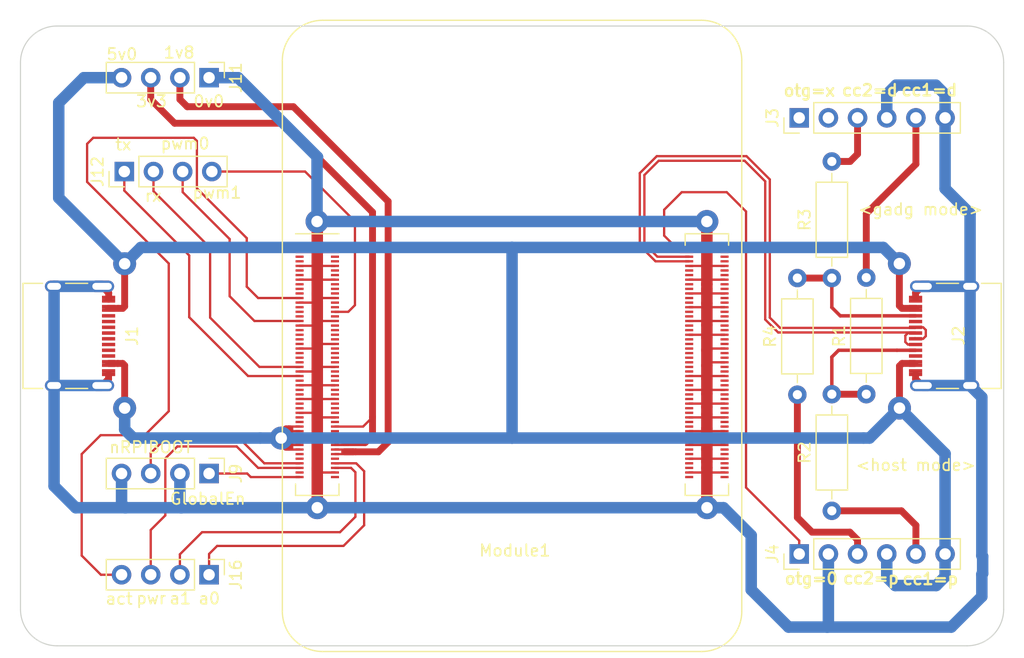
<source format=kicad_pcb>
(kicad_pcb (version 20241229) (generator "pcbnew") (generator_version "9.0")
  (layers (0 "F.Cu" signal) (2 "B.Cu" signal) (13 "F.Paste" user) (15 "B.Paste" user) (5 "F.SilkS" user "F.Silkscreen") (7 "B.SilkS" user "B.Silkscreen") (1 "F.Mask" user) (3 "B.Mask" user) (25 "Edge.Cuts" user))
  (net 0 "")
  (net 1 "GND")
  (net 2 "+5V")
  (net 3 "Net-(J1-PadB8)")
  (net 4 "Net-(J1-PadA5)")
  (net 5 "Net-(J1-PadB7)")
  (net 6 "Net-(J1-PadA6)")
  (net 7 "Net-(J1-PadA7)")
  (net 8 "Net-(J1-PadB6)")
  (net 9 "Net-(J1-PadA8)")
  (net 10 "Net-(J1-PadB5)")
  (net 11 "Net-(J2-PadB8)")
  (net 12 "/USB_P")
  (net 13 "/USB_N")
  (net 14 "Net-(J2-PadA8)")
  (net 15 "Net-(Module1-Pad200)")
  (net 16 "Net-(Module1-Pad199)")
  (net 17 "Net-(Module1-Pad196)")
  (net 18 "Net-(Module1-Pad195)")
  (net 19 "Net-(Module1-Pad194)")
  (net 20 "Net-(Module1-Pad193)")
  (net 21 "Net-(Module1-Pad190)")
  (net 22 "Net-(Module1-Pad189)")
  (net 23 "Net-(Module1-Pad188)")
  (net 24 "Net-(Module1-Pad187)")
  (net 25 "Net-(Module1-Pad184)")
  (net 26 "Net-(Module1-Pad183)")
  (net 27 "Net-(Module1-Pad182)")
  (net 28 "Net-(Module1-Pad181)")
  (net 29 "Net-(Module1-Pad178)")
  (net 30 "Net-(Module1-Pad177)")
  (net 31 "Net-(Module1-Pad176)")
  (net 32 "Net-(Module1-Pad175)")
  (net 33 "Net-(Module1-Pad172)")
  (net 34 "Net-(Module1-Pad171)")
  (net 35 "Net-(Module1-Pad170)")
  (net 36 "Net-(Module1-Pad169)")
  (net 37 "Net-(Module1-Pad166)")
  (net 38 "Net-(Module1-Pad165)")
  (net 39 "Net-(Module1-Pad164)")
  (net 40 "Net-(Module1-Pad163)")
  (net 41 "Net-(Module1-Pad160)")
  (net 42 "Net-(Module1-Pad159)")
  (net 43 "Net-(Module1-Pad158)")
  (net 44 "Net-(Module1-Pad157)")
  (net 45 "Net-(Module1-Pad154)")
  (net 46 "Net-(Module1-Pad153)")
  (net 47 "Net-(Module1-Pad152)")
  (net 48 "Net-(Module1-Pad151)")
  (net 49 "Net-(Module1-Pad149)")
  (net 50 "Net-(Module1-Pad148)")
  (net 51 "Net-(Module1-Pad147)")
  (net 52 "Net-(Module1-Pad146)")
  (net 53 "Net-(Module1-Pad145)")
  (net 54 "Net-(Module1-Pad143)")
  (net 55 "Net-(Module1-Pad142)")
  (net 56 "Net-(Module1-Pad141)")
  (net 57 "Net-(Module1-Pad140)")
  (net 58 "Net-(Module1-Pad139)")
  (net 59 "Net-(Module1-Pad136)")
  (net 60 "Net-(Module1-Pad135)")
  (net 61 "Net-(Module1-Pad134)")
  (net 62 "Net-(Module1-Pad133)")
  (net 63 "Net-(Module1-Pad130)")
  (net 64 "Net-(Module1-Pad129)")
  (net 65 "Net-(Module1-Pad128)")
  (net 66 "Net-(Module1-Pad127)")
  (net 67 "Net-(Module1-Pad124)")
  (net 68 "Net-(Module1-Pad123)")
  (net 69 "Net-(Module1-Pad122)")
  (net 70 "Net-(Module1-Pad121)")
  (net 71 "Net-(Module1-Pad118)")
  (net 72 "Net-(Module1-Pad117)")
  (net 73 "Net-(Module1-Pad116)")
  (net 74 "Net-(Module1-Pad115)")
  (net 75 "Net-(Module1-Pad112)")
  (net 76 "Net-(Module1-Pad111)")
  (net 77 "Net-(Module1-Pad110)")
  (net 78 "Net-(Module1-Pad109)")
  (net 79 "Net-(Module1-Pad106)")
  (net 80 "Net-(Module1-Pad104)")
  (net 81 "Net-(Module1-Pad102)")
  (net 82 "Net-(J3-Pad2)")
  (net 83 "Net-(Module1-Pad100)")
  (net 84 "Net-(Module1-Pad97)")
  (net 85 "Net-(Module1-Pad92)")
  (net 86 "Net-(Module1-Pad91)")
  (net 87 "Net-(Module1-Pad89)")
  (net 88 "Net-(Module1-Pad82)")
  (net 89 "Net-(Module1-Pad80)")
  (net 90 "Net-(Module1-Pad76)")
  (net 91 "Net-(Module1-Pad75)")
  (net 92 "Net-(Module1-Pad73)")
  (net 93 "Net-(Module1-Pad72)")
  (net 94 "Net-(Module1-Pad70)")
  (net 95 "Net-(Module1-Pad69)")
  (net 96 "Net-(Module1-Pad68)")
  (net 97 "Net-(Module1-Pad67)")
  (net 98 "Net-(Module1-Pad64)")
  (net 99 "Net-(Module1-Pad63)")
  (net 100 "Net-(Module1-Pad62)")
  (net 101 "Net-(Module1-Pad61)")
  (net 102 "Net-(Module1-Pad58)")
  (net 103 "Net-(Module1-Pad57)")
  (net 104 "Net-(Module1-Pad56)")
  (net 105 "Net-(Module1-Pad54)")
  (net 106 "Net-(Module1-Pad50)")
  (net 107 "Net-(Module1-Pad49)")
  (net 108 "Net-(Module1-Pad48)")
  (net 109 "Net-(Module1-Pad47)")
  (net 110 "Net-(Module1-Pad46)")
  (net 111 "Net-(Module1-Pad45)")
  (net 112 "Net-(Module1-Pad44)")
  (net 113 "Net-(Module1-Pad41)")
  (net 114 "Net-(Module1-Pad40)")
  (net 115 "Net-(Module1-Pad39)")
  (net 116 "Net-(Module1-Pad38)")
  (net 117 "Net-(Module1-Pad37)")
  (net 118 "Net-(Module1-Pad36)")
  (net 119 "Net-(Module1-Pad35)")
  (net 120 "Net-(Module1-Pad34)")
  (net 121 "/pwm1")
  (net 122 "Net-(Module1-Pad30)")
  (net 123 "Net-(Module1-Pad29)")
  (net 124 "/pwm0")
  (net 125 "Net-(Module1-Pad27)")
  (net 126 "Net-(Module1-Pad26)")
  (net 127 "Net-(Module1-Pad25)")
  (net 128 "Net-(Module1-Pad24)")
  (net 129 "Net-(Module1-Pad20)")
  (net 130 "Net-(Module1-Pad19)")
  (net 131 "Net-(Module1-Pad18)")
  (net 132 "Net-(Module1-Pad17)")
  (net 133 "Net-(Module1-Pad16)")
  (net 134 "Net-(Module1-Pad15)")
  (net 135 "Net-(Module1-Pad12)")
  (net 136 "Net-(Module1-Pad11)")
  (net 137 "Net-(Module1-Pad10)")
  (net 138 "Net-(Module1-Pad9)")
  (net 139 "Net-(Module1-Pad6)")
  (net 140 "Net-(Module1-Pad5)")
  (net 141 "Net-(Module1-Pad4)")
  (net 142 "Net-(Module1-Pad3)")
  (net 143 "Net-(R3-Pad2)")
  (net 144 "Net-(J3-Pad1)")
  (net 145 "Net-(R2-Pad1)")
  (net 146 "Net-(R4-Pad1)")
  (net 147 "/otg")
  (net 148 "/rx")
  (net 149 "/tx")
  (net 150 "/cc1")
  (net 151 "/cc2")
  (net 152 "/nRPIBOOT")
  (net 153 "/eGLOBAL")
  (net 154 "/actled")
  (net 155 "/pwrled")
  (net 156 "/ana1")
  (net 157 "/ana0")
  (net 158 "/1v8")
  (net 159 "/3v3")
  (net 160 "Net-(J3-Pad5)")
  (footprint "Connector_USB:USB_C_Receptacle_XKB_U262-16XN-4BVC11" (layer "F.Cu") (at 138.8 73 90)
    (property "Reference" "J2")
    (property "Value" "USB_C_Receptacle_USB2.0")
  )
  (footprint "CM4IO:Raspberry-Pi-4-Compute-Module" (layer "F.Cu") (at 83.5 97)
    (property "Reference" "Module1")
    (property "Value" "ComputeModule4-CM4")
  )
  (footprint "Connector_PinHeader_2.54mm:PinHeader_1x04_P2.54mm_Vertical" (layer "F.Cu") (at 73.62 93.81 -90)
    (property "Reference" "J16")
    (property "Value" "Conn_01x04_Male")
  )
  (footprint "Connector_PinHeader_2.54mm:PinHeader_1x04_P2.54mm_Vertical" (layer "F.Cu") (at 73.62 84.99 -90)
    (property "Reference" "J9")
    (property "Value" "Conn_01x04_Male")
  )
  (footprint "Resistor_THT:R_Axial_DIN0207_L6.3mm_D2.5mm_P10.16mm_Horizontal" (layer "F.Cu") (at 130.84 78.08 90)
    (property "Reference" "R1")
    (property "Value" "5.1k")
  )
  (footprint "Resistor_THT:R_Axial_DIN0207_L6.3mm_D2.5mm_P10.16mm_Horizontal" (layer "F.Cu") (at 124.84 78.12 90)
    (property "Reference" "R4")
    (property "Value" "22k")
  )
  (footprint "Connector_PinHeader_2.54mm:PinHeader_1x04_P2.54mm_Vertical" (layer "F.Cu") (at 66.24 58.68 90)
    (property "Reference" "J12")
    (property "Value" "Conn_01x04_Male")
  )
  (footprint "Connector_USB:USB_C_Receptacle_XKB_U262-16XN-4BVC11" (layer "F.Cu") (at 61.2 73 -90)
    (property "Reference" "J1")
    (property "Value" "USB_C_Receptacle_USB2.0")
  )
  (footprint "Connector_PinHeader_2.54mm:PinHeader_1x06_P2.54mm_Vertical" (layer "F.Cu") (at 125 54 90)
    (property "Reference" "J3")
    (property "Value" "Conn_01x06_Male")
  )
  (footprint "Connector_PinHeader_2.54mm:PinHeader_1x04_P2.54mm_Vertical" (layer "F.Cu") (at 73.62 50.5 -90)
    (property "Reference" "J11")
    (property "Value" "Conn_01x04_Male")
  )
  (footprint "Connector_PinHeader_2.54mm:PinHeader_1x06_P2.54mm_Vertical" (layer "F.Cu") (at 125 92 90)
    (property "Reference" "J4")
    (property "Value" "Conn_01x06_Male")
  )
  (footprint "Resistor_THT:R_Axial_DIN0207_L6.3mm_D2.5mm_P10.16mm_Horizontal" (layer "F.Cu") (at 127.84 67.96 90)
    (property "Reference" "R3")
    (property "Value" "5.1k")
  )
  (footprint "Resistor_THT:R_Axial_DIN0207_L6.3mm_D2.5mm_P10.16mm_Horizontal" (layer "F.Cu") (at 127.84 88.24 90)
    (property "Reference" "R2")
    (property "Value" "22k")
  )
  (gr_arc (start 139.62 46) (mid 141.868597 46.9314) (end 142.799997 49.179997) (stroke (width 0.1)) (layer "Edge.Cuts"))
  (gr_line (start 57.2 96.82) (end 57.2 49.18) (stroke (width 0.1)) (layer "Edge.Cuts"))
  (gr_arc (start 60.38 100) (mid 58.131403 99.0686) (end 57.200003 96.820003) (stroke (width 0.1)) (layer "Edge.Cuts"))
  (gr_line (start 142.8 96.82) (end 142.8 49.18) (stroke (width 0.1)) (layer "Edge.Cuts"))
  (gr_arc (start 142.8 96.82) (mid 141.8686 99.068597) (end 139.620003 99.999997) (stroke (width 0.1)) (layer "Edge.Cuts"))
  (gr_arc (start 57.199997 49.179997) (mid 58.1314 46.931398) (end 60.38 46) (stroke (width 0.1)) (layer "Edge.Cuts"))
  (gr_line (start 139.62 46) (end 60.38 46) (stroke (width 0.1)) (layer "Edge.Cuts"))
  (gr_line (start 60.38 100) (end 139.62 100) (stroke (width 0.1)) (layer "Edge.Cuts"))
  (gr_text "3v3" (at 68.61 52.56 0) (layer "F.SilkS") (effects (font (size 1 1))))
  (gr_text "act" (at 65.79 95.9 0) (layer "F.SilkS") (effects (font (size 1 1))))
  (gr_text "1v8" (at 71.02 48.31 0) (layer "F.SilkS") (effects (font (size 1 1))))
  (gr_text "cc2=p" (at 131.25 94.12 0) (layer "F.SilkS") (effects (font (size 1 1) (thickness 0.2))))
  (gr_text "<gadg mode>" (at 135.57 61.97 0) (layer "F.SilkS") (effects (font (size 1 1))))
  (gr_text "cc1=p" (at 136.42 94.18 0) (layer "F.SilkS") (effects (font (size 1 1) (thickness 0.2))))
  (gr_text "otg=0" (at 126.05 94.15 0) (layer "F.SilkS") (effects (font (size 1 1) (thickness 0.2))))
  (gr_text "pwm0" (at 71.54 56.24 0) (layer "F.SilkS") (effects (font (size 1 1))))
  (gr_text "cc1=d" (at 136.33 51.59 0) (layer "F.SilkS") (effects (font (size 1 1) (thickness 0.2))))
  (gr_text "a0" (at 73.64 95.88 0) (layer "F.SilkS") (effects (font (size 1 1))))
  (gr_text "nRPIBOOT" (at 68.56 82.7 0) (layer "F.SilkS") (effects (font (size 1 1))))
  (gr_text "a1" (at 71.11 95.87 0) (layer "F.SilkS") (effects (font (size 1 1))))
  (gr_text "<host mode>" (at 135.15 84.25 0) (layer "F.SilkS") (effects (font (size 1 1))))
  (gr_text "5v0" (at 66.03 48.46 0) (layer "F.SilkS") (effects (font (size 1 1))))
  (gr_text "tx" (at 66.15 56.32 0) (layer "F.SilkS") (effects (font (size 1 1))))
  (gr_text "0v0" (at 73.6 52.56 0) (layer "F.SilkS") (effects (font (size 1 1))))
  (gr_text "GlobalEn" (at 73.5 87.19 0) (layer "F.SilkS") (effects (font (size 1 1))))
  (gr_text "otg=x" (at 125.88 51.63 0) (layer "F.SilkS") (effects (font (size 1 1) (thickness 0.2))))
  (gr_text "rx" (at 68.75 60.8 0) (layer "F.SilkS") (effects (font (size 1 1))))
  (gr_text "pwr" (at 68.58 95.86 0) (layer "F.SilkS") (effects (font (size 1 1))))
  (gr_text "pwm1" (at 74.31 60.52 0) (layer "F.SilkS") (effects (font (size 1 1))))
  (gr_text "cc2=d" (at 131.15 51.6 0) (layer "F.SilkS") (effects (font (size 1 1) (thickness 0.2))))
  (segment (start 116.62 77.7) (end 116.96 78.04) (width 0.2) (layer "F.Cu") (net 1))
  (segment (start 84.58 68.1) (end 83.35 68.1) (width 0.2) (layer "F.Cu") (net 1))
  (segment (start 64.87 76.35) (end 64.87 76.755) (width 0.6) (layer "F.Cu") (net 1))
  (segment (start 84.58 69.7) (end 83.42 69.7) (width 0.2) (layer "F.Cu") (net 1))
  (segment (start 118.5 75.3) (end 117.24 75.3) (width 0.2) (layer "F.Cu") (net 1))
  (segment (start 117.2 72.9) (end 116.96 73.14) (width 0.2) (layer "F.Cu") (net 1))
  (segment (start 135.13 69.245) (end 135.695 68.68) (width 0.6) (layer "F.Cu") (net 1))
  (segment (start 83.04 80.25) (end 83.04 84.57) (width 1) (layer "F.Cu") (net 1))
  (segment (start 115.42 82.5) (end 116.58 82.5) (width 0.2) (layer "F.Cu") (net 1))
  (segment (start 116.66 78.9) (end 116.96 79.2) (width 0.2) (layer "F.Cu") (net 1))
  (segment (start 83.04 73.71) (end 83.04 75.93) (width 1) (layer "F.Cu") (net 1))
  (segment (start 117.22 83.7) (end 116.96 83.96) (width 0.2) (layer "F.Cu") (net 1))
  (segment (start 116.96 69.12) (end 116.96 70.16) (width 1) (layer "F.Cu") (net 1))
  (segment (start 82.69 78.5) (end 83.04 78.15) (width 0.2) (layer "F.Cu") (net 1))
  (segment (start 116.69 80.1) (end 116.96 79.83) (width 0.2) (layer "F.Cu") (net 1))
  (segment (start 118.5 76.5) (end 117.18 76.5) (width 0.2) (layer "F.Cu") (net 1))
  (segment (start 83.37 77.3) (end 83.04 76.97) (width 0.2) (layer "F.Cu") (net 1))
  (segment (start 118.5 82.5) (end 117.34 82.5) (width 0.2) (layer "F.Cu") (net 1))
  (segment (start 83.04 84.57) (end 83.04 87.97) (width 1) (layer "F.Cu") (net 1))
  (segment (start 118.5 68.1) (end 117.34 68.1) (width 0.2) (layer "F.Cu") (net 1))
  (segment (start 115.42 77.7) (end 116.62 77.7) (width 0.2) (layer "F.Cu") (net 1))
  (segment (start 83.04 66.56) (end 83.04 68.41) (width 1) (layer "F.Cu") (net 1))
  (segment (start 135.13 69.65) (end 135.13 69.245) (width 0.6) (layer "F.Cu") (net 1))
  (segment (start 115.42 71.7) (end 116.61 71.7) (width 0.2) (layer "F.Cu") (net 1))
  (segment (start 116.61 71.7) (end 116.96 72.05) (width 0.2) (layer "F.Cu") (net 1))
  (segment (start 116.96 87.96) (end 116.97 87.97) (width 1) (layer "F.Cu") (net 1))
  (segment (start 116.96 68.48) (end 116.96 68.51) (width 1) (layer "F.Cu") (net 1))
  (segment (start 117.31 71.7) (end 116.96 72.05) (width 0.2) (layer "F.Cu") (net 1))
  (segment (start 84.58 73.7) (end 83.05 73.7) (width 0.2) (layer "F.Cu") (net 1))
  (segment (start 116.96 81.07) (end 116.96 82.88) (width 1) (layer "F.Cu") (net 1))
  (segment (start 117.11 74.1) (end 116.96 74.25) (width 0.2) (layer "F.Cu") (net 1))
  (segment (start 116.96 70.16) (end 116.96 72.05) (width 1) (layer "F.Cu") (net 1))
  (segment (start 81.5 66.9) (end 82.7 66.9) (width 0.2) (layer "F.Cu") (net 1))
  (segment (start 116.62 70.5) (end 116.96 70.16) (width 0.2) (layer "F.Cu") (net 1))
  (segment (start 116.7 83.7) (end 116.96 83.96) (width 0.2) (layer "F.Cu") (net 1))
  (segment (start 82.65 68.1) (end 83.04 68.49) (width 0.2) (layer "F.Cu") (net 1))
  (segment (start 83.27 75.7) (end 83.04 75.93) (width 0.2) (layer "F.Cu") (net 1))
  (segment (start 82.71 70.1) (end 83.04 70.43) (width 0.2) (layer "F.Cu") (net 1))
  (segment (start 116.96 83.96) (end 116.96 84.49) (width 1) (layer "F.Cu") (net 1))
  (segment (start 117.26 78.9) (end 116.96 79.2) (width 0.2) (layer "F.Cu") (net 1))
  (segment (start 83.04 78.15) (end 83.04 79.53) (width 1) (layer "F.Cu") (net 1))
  (segment (start 83.05 73.7) (end 83.04 73.71) (width 0.2) (layer "F.Cu") (net 1))
  (segment (start 83.04 65.7) (end 83.04 66.56) (width 1) (layer "F.Cu") (net 1))
  (segment (start 83.38 66.9) (end 83.04 66.56) (width 0.2) (layer "F.Cu") (net 1))
  (segment (start 115.42 69.3) (end 116.57 69.3) (width 0.2) (layer "F.Cu") (net 1))
  (segment (start 84.58 77.3) (end 83.37 77.3) (width 0.2) (layer "F.Cu") (net 1))
  (segment (start 116.58 82.5) (end 116.96 82.88) (width 0.2) (layer "F.Cu") (net 1))
  (segment (start 84.58 75.7) (end 83.27 75.7) (width 0.2) (layer "F.Cu") (net 1))
  (segment (start 118.5 81.3) (end 117.19 81.3) (width 0.2) (layer "F.Cu") (net 1))
  (segment (start 82.65 74.1) (end 83.04 73.71) (width 0.2) (layer "F.Cu") (net 1))
  (segment (start 83.37 84.9) (end 83.04 84.57) (width 0.2) (layer "F.Cu") (net 1))
  (segment (start 135.13 76.755) (end 135.695 77.32) (width 0.6) (layer "F.Cu") (net 1))
  (segment (start 116.96 66.9) (end 118.5 66.9) (width 0.2) (layer "F.Cu") (net 1))
  (segment (start 82.71 77.3) (end 83.04 76.97) (width 0.2) (layer "F.Cu") (net 1))
  (segment (start 116.57 69.3) (end 116.96 68.91) (width 0.2) (layer "F.Cu") (net 1))
  (segment (start 117.19 81.3) (end 116.96 81.07) (width 0.2) (layer "F.Cu") (net 1))
  (segment (start 64.87 76.05) (end 64.92 76.1) (width 0.2) (layer "F.Cu") (net 1))
  (segment (start 81.5 70.1) (end 82.71 70.1) (width 0.2) (layer "F.Cu") (net 1))
  (segment (start 82.87 76.1) (end 83.04 75.93) (width 0.2) (layer "F.Cu") (net 1))
  (segment (start 83.42 69.7) (end 83.04 69.32) (width 0.2) (layer "F.Cu") (net 1))
  (segment (start 116.72 72.9) (end 116.96 73.14) (width 0.2) (layer "F.Cu") (net 1))
  (segment (start 83.04 76.97) (end 83.04 78.15) (width 1) (layer "F.Cu") (net 1))
  (segment (start 84.58 66.9) (end 83.38 66.9) (width 0.2) (layer "F.Cu") (net 1))
  (segment (start 81.5 76.1) (end 82.87 76.1) (width 0.2) (layer "F.Cu") (net 1))
  (segment (start 116.96 68.91) (end 116.96 69.12) (width 1) (layer "F.Cu") (net 1))
  (segment (start 115.42 68.1) (end 116.55 68.1) (width 0.2) (layer "F.Cu") (net 1))
  (segment (start 82.6 72.1) (end 83.04 71.66) (width 0.2) (layer "F.Cu") (net 1))
  (segment (start 116.96 79.2) (end 116.96 79.83) (width 1) (layer "F.Cu") (net 1))
  (segment (start 117.37 84.9) (end 116.96 84.49) (width 0.2) (layer "F.Cu") (net 1))
  (segment (start 84.58 80.1) (end 83.19 80.1) (width 0.2) (layer "F.Cu") (net 1))
  (segment (start 81.5 74.1) (end 82.65 74.1) (width 0.2) (layer "F.Cu") (net 1))
  (segment (start 84.58 78.5) (end 83.39 78.5) (width 0.2) (layer "F.Cu") (net 1))
  (segment (start 135.13 76.35) (end 135.13 76.755) (width 0.6) (layer "F.Cu") (net 1))
  (segment (start 64.87 76.755) (end 64.305 77.32) (width 0.6) (layer "F.Cu") (net 1))
  (segment (start 116.96 73.14) (end 116.96 74.25) (width 1) (layer "F.Cu") (net 1))
  (segment (start 116.96 72.05) (end 116.96 73.14) (width 1) (layer "F.Cu") (net 1))
  (segment (start 117.34 68.1) (end 116.96 68.48) (width 0.2) (layer "F.Cu") (net 1))
  (segment (start 116.74 76.5) (end 116.96 76.72) (width 0.2) (layer "F.Cu") (net 1))
  (segment (start 115.42 66.9) (end 116.96 66.9) (width 0.2) (layer "F.Cu") (net 1))
  (segment (start 83.39 78.5) (end 83.04 78.15) (width 0.2) (layer "F.Cu") (net 1))
  (segment (start 115.42 81.3) (end 116.73 81.3) (width 0.2) (layer "F.Cu") (net 1))
  (segment (start 118.5 69.3) (end 117.14 69.3) (width 0.2) (layer "F.Cu") (net 1))
  (segment (start 117.3 70.5) (end 116.96 70.16) (width 0.2) (layer "F.Cu") (net 1))
  (segment (start 83.04 79.53) (end 83.04 80.25) (width 1) (layer "F.Cu") (net 1))
  (segment (start 118.5 72.9) (end 117.2 72.9) (width 0.2) (layer "F.Cu") (net 1))
  (segment (start 118.5 80.1) (end 117.23 80.1) (width 0.2) (layer "F.Cu") (net 1))
  (segment (start 82.87 79.7) (end 83.04 79.53) (width 0.2) (layer "F.Cu") (net 1))
  (segment (start 81.5 79.7) (end 82.87 79.7) (width 0.2) (layer "F.Cu") (net 1))
  (segment (start 115.42 80.1) (end 116.69 80.1) (width 0.2) (layer "F.Cu") (net 1))
  (segment (start 81.5 72.1) (end 82.6 72.1) (width 0.2) (layer "F.Cu") (net 1))
  (segment (start 83.04 71.66) (end 83.04 73.71) (width 1) (layer "F.Cu") (net 1))
  (segment (start 83.04 68.41) (end 83.04 68.49) (width 1) (layer "F.Cu") (net 1))
  (segment (start 116.96 68.51) (end 116.96 68.91) (width 1) (layer "F.Cu") (net 1))
  (segment (start 116.96 78.04) (end 116.96 79.2) (width 1) (layer "F.Cu") (net 1))
  (segment (start 81.5 68.1) (end 82.65 68.1) (width 0.2) (layer "F.Cu") (net 1))
  (segment (start 83.08 71.7) (end 83.04 71.66) (width 0.2) (layer "F.Cu") (net 1))
  (segment (start 118.5 78.9) (end 117.26 78.9) (width 0.2) (layer "F.Cu") (net 1))
  (segment (start 83.04 63.05) (end 83.02 63.03) (width 1) (layer "F.Cu") (net 1))
  (segment (start 116.96 75.58) (end 116.96 76.72) (width 1) (layer "F.Cu") (net 1))
  (segment (start 83.04 65.7) (end 83.04 63.05) (width 1) (layer "F.Cu") (net 1))
  (segment (start 83.04 68.49) (end 83.04 69.32) (width 1) (layer "F.Cu") (net 1))
  (segment (start 117.14 69.3) (end 116.96 69.12) (width 0.2) (layer "F.Cu") (net 1))
  (segment (start 117.23 80.1) (end 116.96 79.83) (width 0.2) (layer "F.Cu") (net 1))
  (segment (start 117.3 77.7) (end 116.96 78.04) (width 0.2) (layer "F.Cu") (net 1))
  (segment (start 83.04 69.32) (end 83.04 70.43) (width 1) (layer "F.Cu") (net 1))
  (segment (start 115.42 83.7) (end 116.7 83.7) (width 0.2) (layer "F.Cu") (net 1))
  (segment (start 64.87 69.65) (end 65.21928 69.65) (width 0.2) (layer "F.Cu") (net 1))
  (segment (start 116.96 79.83) (end 116.96 81.07) (width 1) (layer "F.Cu") (net 1))
  (segment (start 118.5 83.7) (end 117.22 83.7) (width 0.2) (layer "F.Cu") (net 1))
  (segment (start 116.96 66.9) (end 116.96 68.48) (width 1) (layer "F.Cu") (net 1))
  (segment (start 84.58 71.7) (end 83.08 71.7) (width 0.2) (layer "F.Cu") (net 1))
  (segment (start 115.42 78.9) (end 116.66 78.9) (width 0.2) (layer "F.Cu") (net 1))
  (segment (start 118.5 77.7) (end 117.3 77.7) (width 0.2) (layer "F.Cu") (net 1))
  (segment (start 115.42 72.9) (end 116.72 72.9) (width 0.2) (layer "F.Cu") (net 1))
  (segment (start 116.55 68.1) (end 116.96 68.51) (width 0.2) (layer "F.Cu") (net 1))
  (segment (start 116.55 84.9) (end 116.96 84.49) (width 0.2) (layer "F.Cu") (net 1))
  (segment (start 116.96 74.25) (end 116.96 75.58) (width 1) (layer "F.Cu") (net 1))
  (segment (start 116.96 84.49) (end 116.96 87.96) (width 1) (layer "F.Cu") (net 1))
  (segment (start 83.04 65.7) (end 84.58 65.7) (width 0.2) (layer "F.Cu") (net 1))
  (segment (start 81.5 77.3) (end 82.71 77.3) (width 0.2) (layer "F.Cu") (net 1))
  (segment (start 83.04 75.93) (end 83.04 76.97) (width 1) (layer "F.Cu") (net 1))
  (segment (start 64.88 69.8) (end 64.88 69.255) (width 0.6) (layer "F.Cu") (net 1))
  (segment (start 115.42 70.5) (end 116.62 70.5) (width 0.2) (layer "F.Cu") (net 1))
  (segment (start 118.5 70.5) (end 117.3 70.5) (width 0.2) (layer "F.Cu") (net 1))
  (segment (start 117.18 76.5) (end 116.96 76.72) (width 0.2) (layer "F.Cu") (net 1))
  (segment (start 115.42 76.5) (end 116.74 76.5) (width 0.2) (layer "F.Cu") (net 1))
  (segment (start 82.7 66.9) (end 83.04 66.56) (width 0.2) (layer "F.Cu") (net 1))
  (segment (start 83.35 68.1) (end 83.04 68.41) (width 0.2) (layer "F.Cu") (net 1))
  (segment (start 116.96 82.88) (end 116.96 83.96) (width 1) (layer "F.Cu") (net 1))
  (segment (start 118.5 74.1) (end 117.11 74.1) (width 0.2) (layer "F.Cu") (net 1))
  (segment (start 116.73 81.3) (end 116.96 81.07) (width 0.2) (layer "F.Cu") (net 1))
  (segment (start 117.24 75.3) (end 116.96 75.58) (width 0.2) (layer "F.Cu") (net 1))
  (segment (start 117.34 82.5) (end 116.96 82.88) (width 0.2) (layer "F.Cu") (net 1))
  (segment (start 64.88 69.255) (end 64.305 68.68) (width 0.6) (layer "F.Cu") (net 1))
  (segment (start 84.58 84.9) (end 83.37 84.9) (width 0.2) (layer "F.Cu") (net 1))
  (segment (start 116.96 76.72) (end 116.96 78.04) (width 1) (layer "F.Cu") (net 1))
  (segment (start 81.5 65.7) (end 83.04 65.7) (width 0.2) (layer "F.Cu") (net 1))
  (segment (start 118.5 84.9) (end 117.37 84.9) (width 0.2) (layer "F.Cu") (net 1))
  (segment (start 116.96 66.9) (end 116.96 63.03) (width 1) (layer "F.Cu") (net 1))
  (segment (start 115.42 84.9) (end 116.55 84.9) (width 0.2) (layer "F.Cu") (net 1))
  (segment (start 83.19 80.1) (end 83.04 80.25) (width 0.2) (layer "F.Cu") (net 1))
  (segment (start 81.5 78.5) (end 82.69 78.5) (width 0.2) (layer "F.Cu") (net 1))
  (segment (start 118.5 71.7) (end 117.31 71.7) (width 0.2) (layer "F.Cu") (net 1))
  (segment (start 83.04 70.43) (end 83.04 71.66) (width 1) (layer "F.Cu") (net 1))
  (via (at 83.02 63.03) (size 2) (drill 1) (layers "F.Cu" "B.Cu") (net 1))
  (via (at 116.97 87.97) (size 2) (drill 1) (layers "F.Cu" "B.Cu") (net 1))
  (via (at 116.96 63.03) (size 2) (drill 1) (layers "F.Cu" "B.Cu") (net 1))
  (via (at 83.04 87.97) (size 2) (drill 1) (layers "F.Cu" "B.Cu") (net 1))
  (segment (start 138.24 98.37) (end 127.44 98.37) (width 1) (layer "B.Cu") (net 1))
  (segment (start 60.125 77.32) (end 60.125 68.68) (width 1) (layer "B.Cu") (net 1))
  (segment (start 83.06 57.42) (end 76.14 50.5) (width 1) (layer "B.Cu") (net 1))
  (segment (start 140.9 95.71) (end 138.24 98.37) (width 1) (layer "B.Cu") (net 1))
  (segment (start 71.08 87.86) (end 71.19 87.97) (width 1) (layer "B.Cu") (net 1))
  (segment (start 127.54 98.27) (end 127.44 98.37) (width 1) (layer "B.Cu") (net 1))
  (segment (start 139.875 68.68) (end 139.875 77.32) (width 1) (layer "B.Cu") (net 1))
  (segment (start 66.33 87.97) (end 62.01 87.97) (width 1) (layer "B.Cu") (net 1))
  (segment (start 120.82 90.38) (end 118.41 87.97) (width 1) (layer "B.Cu") (net 1))
  (segment (start 132.62 51.96) (end 132.62 54) (width 1) (layer "B.Cu") (net 1))
  (segment (start 137.7 54) (end 137.7 51.96) (width 1) (layer "B.Cu") (net 1))
  (segment (start 120.82 95.12) (end 120.82 90.38) (width 1) (layer "B.Cu") (net 1))
  (segment (start 116.96 63.03) (end 83.02 63.03) (width 1) (layer "B.Cu") (net 1))
  (segment (start 83.02 63.03) (end 83.02 57.46) (width 1) (layer "B.Cu") (net 1))
  (segment (start 139.875 68.68) (end 135.695 68.68) (width 1) (layer "B.Cu") (net 1))
  (segment (start 62.01 87.97) (end 60.125 86.085) (width 1) (layer "B.Cu") (net 1))
  (segment (start 83.02 57.46) (end 83.06 57.42) (width 1) (layer "B.Cu") (net 1))
  (segment (start 60.125 68.68) (end 64.305 68.68) (width 1) (layer "B.Cu") (net 1))
  (segment (start 137.7 54) (end 137.7 60.17) (width 1) (layer "B.Cu") (net 1))
  (segment (start 127.44 98.37) (end 124.07 98.37) (width 1) (layer "B.Cu") (net 1))
  (segment (start 136.89 51.15) (end 133.43 51.15) (width 1) (layer "B.Cu") (net 1))
  (segment (start 71.08 84.99) (end 71.08 87.86) (width 1) (layer "B.Cu") (net 1))
  (segment (start 137.7 51.96) (end 136.89 51.15) (width 1) (layer "B.Cu") (net 1))
  (segment (start 140.970001 92.215999) (end 140.970001 93.704001) (width 1) (layer "B.Cu") (net 1))
  (segment (start 140.970001 93.704001) (end 140.9 93.774002) (width 1) (layer "B.Cu") (net 1))
  (segment (start 60.125 86.085) (end 60.125 77.32) (width 1) (layer "B.Cu") (net 1))
  (segment (start 137.7 60.17) (end 139.875 62.345) (width 1) (layer "B.Cu") (net 1))
  (segment (start 118.41 87.97) (end 116.97 87.97) (width 1) (layer "B.Cu") (net 1))
  (segment (start 140.9 78.345) (end 140.9 92.145998) (width 1) (layer "B.Cu") (net 1))
  (segment (start 124.07 98.37) (end 120.82 95.12) (width 1) (layer "B.Cu") (net 1))
  (segment (start 140.9 92.145998) (end 140.970001 92.215999) (width 1) (layer "B.Cu") (net 1))
  (segment (start 140.9 93.774002) (end 140.9 95.71) (width 1) (layer "B.Cu") (net 1))
  (segment (start 133.43 51.15) (end 132.62 51.96) (width 1) (layer "B.Cu") (net 1))
  (segment (start 66 84.99) (end 66 87.64) (width 1) (layer "B.Cu") (net 1))
  (segment (start 71.19 87.97) (end 66.33 87.97) (width 1) (layer "B.Cu") (net 1))
  (segment (start 127.54 92) (end 127.54 98.27) (width 1) (layer "B.Cu") (net 1))
  (segment (start 135.695 77.32) (end 139.875 77.32) (width 1) (layer "B.Cu") (net 1))
  (segment (start 139.875 62.345) (end 139.875 68.68) (width 1) (layer "B.Cu") (net 1))
  (segment (start 139.875 77.32) (end 140.9 78.345) (width 1) (layer "B.Cu") (net 1))
  (segment (start 83.04 87.97) (end 71.19 87.97) (width 1) (layer "B.Cu") (net 1))
  (segment (start 116.97 87.97) (end 83.04 87.97) (width 1) (layer "B.Cu") (net 1))
  (segment (start 66 87.64) (end 66.33 87.97) (width 1) (layer "B.Cu") (net 1))
  (segment (start 60.125 77.32) (end 64.305 77.32) (width 1) (layer "B.Cu") (net 1))
  (segment (start 76.14 50.5) (end 73.62 50.5) (width 1) (layer "B.Cu") (net 1))
  (segment (start 80.32 82.7) (end 80.66 82.7) (width 0.6) (layer "F.Cu") (net 2))
  (segment (start 135.06 75.4) (end 133.95 75.4) (width 0.6) (layer "F.Cu") (net 2))
  (segment (start 80.32 81.1) (end 80.66 81.1) (width 0.6) (layer "F.Cu") (net 2))
  (segment (start 133.72 70.37) (end 133.72 66.7) (width 0.6) (layer "F.Cu") (net 2))
  (segment (start 133.95 75.4) (end 133.73 75.62) (width 0.6) (layer "F.Cu") (net 2))
  (segment (start 79.9 81.9) (end 79.9 81.52) (width 0.6) (layer "F.Cu") (net 2))
  (segment (start 64.88 75.4) (end 65.67 75.4) (width 0.6) (layer "F.Cu") (net 2))
  (segment (start 66.1 70.6) (end 66.27 70.43) (width 0.6) (layer "F.Cu") (net 2))
  (segment (start 65.72 70.6) (end 66.1 70.6) (width 0.6) (layer "F.Cu") (net 2))
  (segment (start 66.27 75.57) (end 66.27 79.29) (width 0.6) (layer "F.Cu") (net 2))
  (segment (start 65.67 75.4) (end 66.1 75.4) (width 0.6) (layer "F.Cu") (net 2))
  (segment (start 81.5 82.9) (end 80.52 82.9) (width 0.2) (layer "F.Cu") (net 2))
  (segment (start 135.13 70.6) (end 133.95 70.6) (width 0.6) (layer "F.Cu") (net 2))
  (segment (start 81.5 81.7) (end 80 81.7) (width 0.2) (layer "F.Cu") (net 2))
  (segment (start 133.73 75.62) (end 133.73 79.29) (width 0.6) (layer "F.Cu") (net 2))
  (segment (start 79.9 81.9) (end 80.26 81.9) (width 0.6) (layer "F.Cu") (net 2))
  (segment (start 80.3 82.3) (end 80.66 82.3) (width 0.6) (layer "F.Cu") (net 2))
  (segment (start 65.72 70.6) (end 64.87 70.6) (width 0.6) (layer "F.Cu") (net 2))
  (segment (start 66.1 75.4) (end 66.27 75.57) (width 0.6) (layer "F.Cu") (net 2))
  (segment (start 79.9 82.28) (end 80.32 82.7) (width 0.6) (layer "F.Cu") (net 2))
  (segment (start 81.5 81.3) (end 80.21 81.3) (width 0.2) (layer "F.Cu") (net 2))
  (segment (start 81.5 82.1) (end 80.06 82.1) (width 0.2) (layer "F.Cu") (net 2))
  (segment (start 80.52 82.9) (end 80.32 82.7) (width 0.2) (layer "F.Cu") (net 2))
  (segment (start 80.66 81.9) (end 79.9 81.9) (width 0.6) (layer "F.Cu") (net 2))
  (segment (start 79.9 81.9) (end 80.3 81.5) (width 0.6) (layer "F.Cu") (net 2))
  (segment (start 81.5 82.5) (end 80.09 82.5) (width 0.2) (layer "F.Cu") (net 2))
  (segment (start 80.3 81.5) (end 80.66 81.5) (width 0.6) (layer "F.Cu") (net 2))
  (segment (start 81.5 80.9) (end 80.52 80.9) (width 0.2) (layer "F.Cu") (net 2))
  (segment (start 80.52 80.9) (end 80.32 81.1) (width 0.2) (layer "F.Cu") (net 2))
  (segment (start 79.9 81.9) (end 80.3 82.3) (width 0.6) (layer "F.Cu") (net 2))
  (segment (start 66.27 70.43) (end 66.27 66.71) (width 0.6) (layer "F.Cu") (net 2))
  (segment (start 133.95 70.6) (end 133.72 70.37) (width 0.6) (layer "F.Cu") (net 2))
  (segment (start 79.9 81.52) (end 80.32 81.1) (width 0.6) (layer "F.Cu") (net 2))
  (via (at 66.27 79.29) (size 2) (drill 1) (layers "F.Cu" "B.Cu") (net 2))
  (via (at 133.72 66.7) (size 2) (drill 1) (layers "F.Cu" "B.Cu") (net 2))
  (via (at 66.27 66.71) (size 2) (drill 1) (layers "F.Cu" "B.Cu") (net 2))
  (via (at 133.73 79.29) (size 2) (drill 1) (layers "F.Cu" "B.Cu") (net 2))
  (via (at 79.9 81.9) (size 2) (drill 1) (layers "F.Cu" "B.Cu") (net 2))
  (segment (start 137.7 83.26) (end 133.73 79.29) (width 1) (layer "B.Cu") (net 2))
  (segment (start 79.9 81.9) (end 78.07 81.9) (width 1) (layer "B.Cu") (net 2))
  (segment (start 67.02 81.9) (end 78.07 81.9) (width 1) (layer "B.Cu") (net 2))
  (segment (start 133.36 94.75) (end 132.62 94.01) (width 1) (layer "B.Cu") (net 2))
  (segment (start 136.93 94.75) (end 133.36 94.75) (width 1) (layer "B.Cu") (net 2))
  (segment (start 133.73 79.29) (end 131.12 81.9) (width 1) (layer "B.Cu") (net 2))
  (segment (start 100 81.9) (end 79.9 81.9) (width 1) (layer "B.Cu") (net 2))
  (segment (start 66.27 66.71) (end 60.53 60.97) (width 1) (layer "B.Cu") (net 2))
  (segment (start 67.69 65.29) (end 100.02 65.29) (width 1) (layer "B.Cu") (net 2))
  (segment (start 132.62 94.01) (end 132.62 92) (width 1) (layer "B.Cu") (net 2))
  (segment (start 62.72 50.5) (end 66 50.5) (width 1) (layer "B.Cu") (net 2))
  (segment (start 137.7 92) (end 137.7 83.26) (width 1) (layer "B.Cu") (net 2))
  (segment (start 137.7 93.98) (end 136.93 94.75) (width 1) (layer "B.Cu") (net 2))
  (segment (start 137.7 92) (end 137.7 93.98) (width 1) (layer "B.Cu") (net 2))
  (segment (start 99.95 65.29) (end 132.31 65.29) (width 1) (layer "B.Cu") (net 2))
  (segment (start 60.53 60.97) (end 60.53 52.69) (width 1) (layer "B.Cu") (net 2))
  (segment (start 60.53 52.69) (end 62.72 50.5) (width 1) (layer "B.Cu") (net 2))
  (segment (start 131.12 81.9) (end 130.6 81.9) (width 1) (layer "B.Cu") (net 2))
  (segment (start 66.27 66.71) (end 67.69 65.29) (width 1) (layer "B.Cu") (net 2))
  (segment (start 100 65.29) (end 100 81.9) (width 1) (layer "B.Cu") (net 2))
  (segment (start 100 81.9) (end 130.6 81.9) (width 1) (layer "B.Cu") (net 2))
  (segment (start 132.31 65.29) (end 133.72 66.7) (width 1) (layer "B.Cu") (net 2))
  (segment (start 66.27 81.15) (end 67.02 81.9) (width 1) (layer "B.Cu") (net 2))
  (segment (start 66.27 79.29) (end 66.27 81.15) (width 1) (layer "B.Cu") (net 2))
  (segment (start 111.12 65.132844) (end 112.487156 66.5) (width 0.2) (layer "F.Cu") (net 12))
  (segment (start 135.79 73.25) (end 135.13 73.25) (width 0.2) (layer "F.Cu") (net 12))
  (segment (start 123.332844 72.3) (end 122.44 71.407156) (width 0.2) (layer "F.Cu") (net 12))
  (segment (start 112.487156 66.5) (end 115.42 66.5) (width 0.2) (layer "F.Cu") (net 12))
  (segment (start 120.412844 57.34) (end 112.597156 57.34) (width 0.2) (layer "F.Cu") (net 12))
  (segment (start 136.02 73.02) (end 135.79 73.25) (width 0.2) (layer "F.Cu") (net 12))
  (segment (start 135.13 72.25) (end 135.08 72.3) (width 0.2) (layer "F.Cu") (net 12))
  (segment (start 112.597156 57.34) (end 111.12 58.817156) (width 0.2) (layer "F.Cu") (net 12))
  (segment (start 135.08 73.2) (end 135.13 73.25) (width 0.2) (layer "F.Cu") (net 12))
  (segment (start 111.12 58.817156) (end 111.12 65.132844) (width 0.2) (layer "F.Cu") (net 12))
  (segment (start 135.08 72.3) (end 123.332844 72.3) (width 0.2) (layer "F.Cu") (net 12))
  (segment (start 122.44 71.407156) (end 122.44 59.367156) (width 0.2) (layer "F.Cu") (net 12))
  (segment (start 122.44 59.367156) (end 120.412844 57.34) (width 0.2) (layer "F.Cu") (net 12))
  (segment (start 135.79 72.25) (end 136.02 72.48) (width 0.2) (layer "F.Cu") (net 12))
  (segment (start 136.02 72.48) (end 136.02 73.02) (width 0.2) (layer "F.Cu") (net 12))
  (segment (start 135.13 72.25) (end 135.79 72.25) (width 0.2) (layer "F.Cu") (net 12))
  (segment (start 134.46 73.75) (end 135.13 73.75) (width 0.2) (layer "F.Cu") (net 13))
  (segment (start 135.13 72.75) (end 134.465 72.75) (width 0.2) (layer "F.Cu") (net 13))
  (segment (start 111.52 58.982844) (end 111.52 64.967156) (width 0.2) (layer "F.Cu") (net 13))
  (segment (start 123.167156 72.7) (end 122.04 71.572844) (width 0.2) (layer "F.Cu") (net 13))
  (segment (start 120.247156 57.74) (end 112.762844 57.74) (width 0.2) (layer "F.Cu") (net 13))
  (segment (start 112.652844 66.1) (end 115.42 66.1) (width 0.2) (layer "F.Cu") (net 13))
  (segment (start 122.04 59.532844) (end 120.247156 57.74) (width 0.2) (layer "F.Cu") (net 13))
  (segment (start 134.24 72.975) (end 134.24 73.53) (width 0.2) (layer "F.Cu") (net 13))
  (segment (start 122.04 71.572844) (end 122.04 59.532844) (width 0.2) (layer "F.Cu") (net 13))
  (segment (start 134.465 72.75) (end 134.24 72.975) (width 0.2) (layer "F.Cu") (net 13))
  (segment (start 135.13 72.75) (end 135.08 72.7) (width 0.2) (layer "F.Cu") (net 13))
  (segment (start 134.24 73.53) (end 134.46 73.75) (width 0.2) (layer "F.Cu") (net 13))
  (segment (start 111.52 64.967156) (end 112.652844 66.1) (width 0.2) (layer "F.Cu") (net 13))
  (segment (start 112.762844 57.74) (end 111.52 58.982844) (width 0.2) (layer "F.Cu") (net 13))
  (segment (start 135.08 72.7) (end 123.167156 72.7) (width 0.2) (layer "F.Cu") (net 13))
  (segment (start 135.08 72.8) (end 135.13 72.75) (width 0.2) (layer "F.Cu") (net 13))
  (segment (start 84.58 70.9) (end 85.74 70.9) (width 0.2) (layer "F.Cu") (net 121))
  (segment (start 85.74 70.9) (end 86.32 70.32) (width 0.2) (layer "F.Cu") (net 121))
  (segment (start 86.32 63.02) (end 81.98 58.68) (width 0.2) (layer "F.Cu") (net 121))
  (segment (start 86.32 70.32) (end 86.32 63.02) (width 0.2) (layer "F.Cu") (net 121))
  (segment (start 81.98 58.68) (end 73.86 58.68) (width 0.2) (layer "F.Cu") (net 121))
  (segment (start 81.5 71.7) (end 77.57 71.7) (width 0.2) (layer "F.Cu") (net 124))
  (segment (start 75.41 69.54) (end 75.41 64.56) (width 0.2) (layer "F.Cu") (net 124))
  (segment (start 75.41 64.56) (end 71.32 60.47) (width 0.2) (layer "F.Cu") (net 124))
  (segment (start 71.32 60.47) (end 71.32 58.68) (width 0.2) (layer "F.Cu") (net 124))
  (segment (start 77.57 71.7) (end 75.41 69.54) (width 0.2) (layer "F.Cu") (net 124))
  (segment (start 127.84 57.8) (end 129.43 57.8) (width 0.6) (layer "F.Cu") (net 143))
  (segment (start 130.08 57.15) (end 130.08 54) (width 0.6) (layer "F.Cu") (net 143))
  (segment (start 129.43 57.8) (end 130.08 57.15) (width 0.6) (layer "F.Cu") (net 143))
  (segment (start 135.16 89.5) (end 135.16 92) (width 0.6) (layer "F.Cu") (net 145))
  (segment (start 127.84 88.24) (end 133.9 88.24) (width 0.6) (layer "F.Cu") (net 145))
  (segment (start 133.9 88.24) (end 135.16 89.5) (width 0.6) (layer "F.Cu") (net 145))
  (segment (start 124.84 83.26) (end 124.84 88.82) (width 0.6) (layer "F.Cu") (net 146))
  (segment (start 126.12 90.1) (end 124.84 88.82) (width 0.6) (layer "F.Cu") (net 146))
  (segment (start 130.08 92) (end 130.08 90.77) (width 0.6) (layer "F.Cu") (net 146))
  (segment (start 130.08 90.77) (end 129.41 90.1) (width 0.6) (layer "F.Cu") (net 146))
  (segment (start 129.41 90.1) (end 126.12 90.1) (width 0.6) (layer "F.Cu") (net 146))
  (segment (start 124.84 78.12) (end 124.84 83.26) (width 0.6) (layer "F.Cu") (net 146))
  (segment (start 114.77 60.48) (end 118.69 60.48) (width 0.2) (layer "F.Cu") (net 147))
  (segment (start 120.37 86.21) (end 125 90.84) (width 0.2) (layer "F.Cu") (net 147))
  (segment (start 120.37 62.16) (end 120.37 86.21) (width 0.2) (layer "F.Cu") (net 147))
  (segment (start 115.42 65.7) (end 114.68 65.7) (width 0.2) (layer "F.Cu") (net 147))
  (segment (start 113.24 62.01) (end 114.77 60.48) (width 0.2) (layer "F.Cu") (net 147))
  (segment (start 113.24 64.26) (end 113.24 62.01) (width 0.2) (layer "F.Cu") (net 147))
  (segment (start 118.69 60.48) (end 120.37 62.16) (width 0.2) (layer "F.Cu") (net 147))
  (segment (start 114.68 65.7) (end 113.24 64.26) (width 0.2) (layer "F.Cu") (net 147))
  (segment (start 125 90.84) (end 125 92) (width 0.2) (layer "F.Cu") (net 147))
  (segment (start 68.78 58.68) (end 68.78 60.39) (width 0.2) (layer "F.Cu") (net 148))
  (segment (start 73.71 71.41) (end 78 75.7) (width 0.2) (layer "F.Cu") (net 148))
  (segment (start 78 75.7) (end 81.5 75.7) (width 0.2) (layer "F.Cu") (net 148))
  (segment (start 73.71 65.32) (end 73.71 71.41) (width 0.2) (layer "F.Cu") (net 148))
  (segment (start 68.78 60.39) (end 73.71 65.32) (width 0.2) (layer "F.Cu") (net 148))
  (segment (start 71.89 65.99) (end 66.24 60.34) (width 0.2) (layer "F.Cu") (net 149))
  (segment (start 66.24 60.34) (end 66.24 58.68) (width 0.2) (layer "F.Cu") (net 149))
  (segment (start 81.5 76.5) (end 77.02 76.5) (width 0.2) (layer "F.Cu") (net 149))
  (segment (start 77.02 76.5) (end 71.89 71.37) (width 0.2) (layer "F.Cu") (net 149))
  (segment (start 71.89 71.37) (end 71.89 65.99) (width 0.2) (layer "F.Cu") (net 149))
  (segment (start 127.84 74.84) (end 127.84 78.08) (width 0.3) (layer "F.Cu") (net 150))
  (segment (start 133.51 74.25) (end 128.43 74.25) (width 0.3) (layer "F.Cu") (net 150))
  (segment (start 133.51 74.25) (end 135.13 74.25) (width 0.3) (layer "F.Cu") (net 150))
  (segment (start 127.84 78.08) (end 130.84 78.08) (width 0.6) (layer "F.Cu") (net 150))
  (segment (start 128.43 74.25) (end 127.84 74.84) (width 0.3) (layer "F.Cu") (net 150))
  (segment (start 128.57 71.25) (end 135.13 71.25) (width 0.3) (layer "F.Cu") (net 151))
  (segment (start 127.84 67.96) (end 127.84 70.52) (width 0.3) (layer "F.Cu") (net 151))
  (segment (start 127.84 70.52) (end 128.57 71.25) (width 0.3) (layer "F.Cu") (net 151))
  (segment (start 127.84 67.96) (end 124.84 67.96) (width 0.6) (layer "F.Cu") (net 151))
  (segment (start 78.43 84.1) (end 81.5 84.1) (width 0.2) (layer "F.Cu") (net 152))
  (segment (start 68.54 83.21) (end 69.93 81.82) (width 0.2) (layer "F.Cu") (net 152))
  (segment (start 68.54 83.21) (end 68.54 84.99) (width 0.2) (layer "F.Cu") (net 152))
  (segment (start 76.15 81.82) (end 78.43 84.1) (width 0.2) (layer "F.Cu") (net 152))
  (segment (start 69.93 81.82) (end 76.15 81.82) (width 0.2) (layer "F.Cu") (net 152))
  (segment (start 77.25 85.3) (end 76.94 84.99) (width 0.2) (layer "F.Cu") (net 153))
  (segment (start 81.5 85.3) (end 77.25 85.3) (width 0.2) (layer "F.Cu") (net 153))
  (segment (start 76.94 84.99) (end 73.62 84.99) (width 0.2) (layer "F.Cu") (net 153))
  (segment (start 77.89 69.7) (end 76.9 68.71) (width 0.2) (layer "F.Cu") (net 154))
  (segment (start 70.11 66.69) (end 70.11 79.56) (width 0.2) (layer "F.Cu") (net 154))
  (segment (start 72.56 56.01) (end 72.29 55.74) (width 0.2) (layer "F.Cu") (net 154))
  (segment (start 76.9 64.48) (end 72.56 60.14) (width 0.2) (layer "F.Cu") (net 154))
  (segment (start 70.11 79.56) (end 68.02 81.65) (width 0.2) (layer "F.Cu") (net 154))
  (segment (start 63 59.58) (end 70.11 66.69) (width 0.2) (layer "F.Cu") (net 154))
  (segment (start 72.29 55.74) (end 63.53 55.74) (width 0.2) (layer "F.Cu") (net 154))
  (segment (start 63.53 55.74) (end 63 56.27) (width 0.2) (layer "F.Cu") (net 154))
  (segment (start 76.9 68.71) (end 76.9 64.48) (width 0.2) (layer "F.Cu") (net 154))
  (segment (start 62.53 83.3) (end 62.53 92.14) (width 0.2) (layer "F.Cu") (net 154))
  (segment (start 68.02 81.65) (end 64.18 81.65) (width 0.2) (layer "F.Cu") (net 154))
  (segment (start 72.56 60.14) (end 72.56 56.01) (width 0.2) (layer "F.Cu") (net 154))
  (segment (start 64.18 81.65) (end 62.53 83.3) (width 0.2) (layer "F.Cu") (net 154))
  (segment (start 64.2 93.81) (end 66 93.81) (width 0.2) (layer "F.Cu") (net 154))
  (segment (start 63 56.27) (end 63 59.58) (width 0.2) (layer "F.Cu") (net 154))
  (segment (start 62.53 92.14) (end 64.2 93.81) (width 0.2) (layer "F.Cu") (net 154))
  (segment (start 81.5 69.7) (end 77.89 69.7) (width 0.2) (layer "F.Cu") (net 154))
  (segment (start 69.81 88.64) (end 69.81 83.68) (width 0.2) (layer "F.Cu") (net 155))
  (segment (start 68.54 89.91) (end 69.81 88.64) (width 0.2) (layer "F.Cu") (net 155))
  (segment (start 76.02 82.63) (end 77.89 84.5) (width 0.2) (layer "F.Cu") (net 155))
  (segment (start 69.81 83.68) (end 70.86 82.63) (width 0.2) (layer "F.Cu") (net 155))
  (segment (start 68.54 93.81) (end 68.54 89.91) (width 0.2) (layer "F.Cu") (net 155))
  (segment (start 77.89 84.5) (end 81.5 84.5) (width 0.2) (layer "F.Cu") (net 155))
  (segment (start 70.86 82.63) (end 76.02 82.63) (width 0.2) (layer "F.Cu") (net 155))
  (segment (start 85.02 90.1) (end 86.36 88.76) (width 0.2) (layer "F.Cu") (net 156))
  (segment (start 71.08 92.03) (end 73.01 90.1) (width 0.2) (layer "F.Cu") (net 156))
  (segment (start 86.36 88.76) (end 86.36 84.88) (width 0.2) (layer "F.Cu") (net 156))
  (segment (start 85.98 84.5) (end 84.58 84.5) (width 0.2) (layer "F.Cu") (net 156))
  (segment (start 71.08 93.81) (end 71.08 92.03) (width 0.2) (layer "F.Cu") (net 156))
  (segment (start 73.01 90.1) (end 85.02 90.1) (width 0.2) (layer "F.Cu") (net 156))
  (segment (start 86.36 84.88) (end 85.98 84.5) (width 0.2) (layer "F.Cu") (net 156))
  (segment (start 73.62 92) (end 73.62 93.81) (width 0.2) (layer "F.Cu") (net 157))
  (segment (start 86.43 84.1) (end 87.12 84.79) (width 0.2) (layer "F.Cu") (net 157))
  (segment (start 87.12 89.5) (end 85.32 91.3) (width 0.2) (layer "F.Cu") (net 157))
  (segment (start 74.32 91.3) (end 73.62 92) (width 0.2) (layer "F.Cu") (net 157))
  (segment (start 84.58 84.1) (end 86.43 84.1) (width 0.2) (layer "F.Cu") (net 157))
  (segment (start 87.12 84.79) (end 87.12 89.5) (width 0.2) (layer "F.Cu") (net 157))
  (segment (start 85.32 91.3) (end 74.32 91.3) (width 0.2) (layer "F.Cu") (net 157))
  (segment (start 84.58 83.3) (end 86.17 83.3) (width 0.2) (layer "F.Cu") (net 158))
  (segment (start 86.37 83.1) (end 85.42 83.1) (width 0.6) (layer "F.Cu") (net 158))
  (segment (start 84.58 82.9) (end 86.17 82.9) (width 0.2) (layer "F.Cu") (net 158))
  (segment (start 86.17 83.3) (end 86.37 83.1) (width 0.2) (layer "F.Cu") (net 158))
  (segment (start 89.21 82.25) (end 89.21 61.28) (width 0.6) (layer "F.Cu") (net 158))
  (segment (start 71.72 53.03) (end 71.08 52.39) (width 0.6) (layer "F.Cu") (net 158))
  (segment (start 89.21 61.28) (end 80.96 53.03) (width 0.6) (layer "F.Cu") (net 158))
  (segment (start 86.17 82.9) (end 86.37 83.1) (width 0.2) (layer "F.Cu") (net 158))
  (segment (start 71.08 52.39) (end 71.08 50.5) (width 0.6) (layer "F.Cu") (net 158))
  (segment (start 88.36 83.1) (end 89.21 82.25) (width 0.6) (layer "F.Cu") (net 158))
  (segment (start 80.96 53.03) (end 71.72 53.03) (width 0.6) (layer "F.Cu") (net 158))
  (segment (start 86.37 83.1) (end 88.36 83.1) (width 0.6) (layer "F.Cu") (net 158))
  (segment (start 87.85 62.22) (end 87.85 80.08) (width 0.6) (layer "F.Cu") (net 159))
  (segment (start 85.66 82.3) (end 85.42 82.3) (width 0.6) (layer "F.Cu") (net 159))
  (segment (start 80.1 54.47) (end 87.85 62.22) (width 0.6) (layer "F.Cu") (net 159))
  (segment (start 87.85 81.65) (end 87.2 82.3) (width 0.6) (layer "F.Cu") (net 159))
  (segment (start 68.54 50.5) (end 68.54 52.39) (width 0.6) (layer "F.Cu") (net 159))
  (segment (start 68.54 52.39) (end 70.62 54.47) (width 0.6) (layer "F.Cu") (net 159))
  (segment (start 85.46 82.1) (end 85.66 82.3) (width 0.2) (layer "F.Cu") (net 159))
  (segment (start 87.85 80.08) (end 87.85 81.65) (width 0.6) (layer "F.Cu") (net 159))
  (segment (start 85.46 82.5) (end 85.66 82.3) (width 0.2) (layer "F.Cu") (net 159))
  (segment (start 87.03 80.9) (end 87.85 80.08) (width 0.2) (layer "F.Cu") (net 159))
  (segment (start 84.58 82.1) (end 85.46 82.1) (width 0.2) (layer "F.Cu") (net 159))
  (segment (start 84.58 80.9) (end 87.03 80.9) (width 0.2) (layer "F.Cu") (net 159))
  (segment (start 87.2 82.3) (end 85.66 82.3) (width 0.6) (layer "F.Cu") (net 159))
  (segment (start 84.58 82.5) (end 85.46 82.5) (width 0.2) (layer "F.Cu") (net 159))
  (segment (start 70.62 54.47) (end 80.1 54.47) (width 0.6) (layer "F.Cu") (net 159))
  (segment (start 134.44 58.75) (end 135.16 58.03) (width 0.6) (layer "F.Cu") (net 160))
  (segment (start 135.16 58.03) (end 135.16 54) (width 0.6) (layer "F.Cu") (net 160))
  (segment (start 132.26 60.93) (end 134.44 58.75) (width 0.6) (layer "F.Cu") (net 160))
  (segment (start 132.26 60.93) (end 131.59 61.6) (width 0.6) (layer "F.Cu") (net 160))
  (segment (start 130.84 62.35) (end 132.26 60.93) (width 0.6) (layer "F.Cu") (net 160))
  (segment (start 130.84 67.92) (end 130.84 62.35) (width 0.6) (layer "F.Cu") (net 160))
)
</source>
